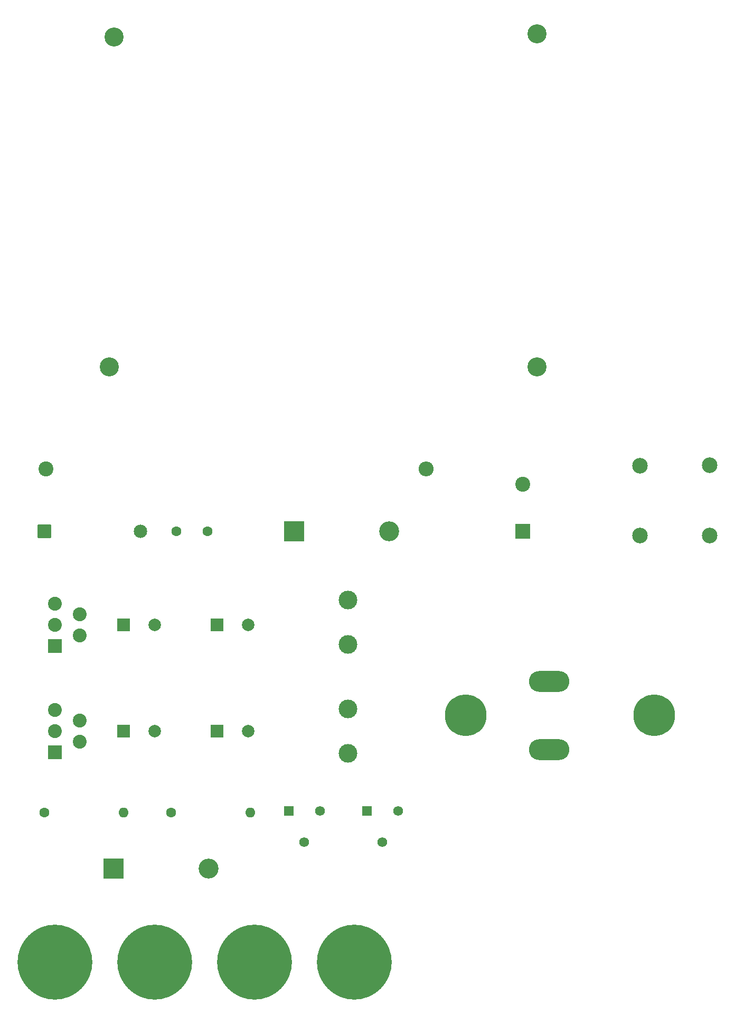
<source format=gbr>
%TF.GenerationSoftware,KiCad,Pcbnew,7.0.7*%
%TF.CreationDate,2023-12-20T01:36:47+05:30*%
%TF.ProjectId,Power Supply,506f7765-7220-4537-9570-706c792e6b69,rev?*%
%TF.SameCoordinates,Original*%
%TF.FileFunction,Soldermask,Bot*%
%TF.FilePolarity,Negative*%
%FSLAX46Y46*%
G04 Gerber Fmt 4.6, Leading zero omitted, Abs format (unit mm)*
G04 Created by KiCad (PCBNEW 7.0.7) date 2023-12-20 01:36:47*
%MOMM*%
%LPD*%
G01*
G04 APERTURE LIST*
G04 Aperture macros list*
%AMRoundRect*
0 Rectangle with rounded corners*
0 $1 Rounding radius*
0 $2 $3 $4 $5 $6 $7 $8 $9 X,Y pos of 4 corners*
0 Add a 4 corners polygon primitive as box body*
4,1,4,$2,$3,$4,$5,$6,$7,$8,$9,$2,$3,0*
0 Add four circle primitives for the rounded corners*
1,1,$1+$1,$2,$3*
1,1,$1+$1,$4,$5*
1,1,$1+$1,$6,$7*
1,1,$1+$1,$8,$9*
0 Add four rect primitives between the rounded corners*
20,1,$1+$1,$2,$3,$4,$5,0*
20,1,$1+$1,$4,$5,$6,$7,0*
20,1,$1+$1,$6,$7,$8,$9,0*
20,1,$1+$1,$8,$9,$2,$3,0*%
G04 Aperture macros list end*
%ADD10RoundRect,0.102000X1.012500X-1.012500X1.012500X1.012500X-1.012500X1.012500X-1.012500X-1.012500X0*%
%ADD11C,2.229000*%
%ADD12C,1.600000*%
%ADD13R,2.000000X2.000000*%
%ADD14C,2.000000*%
%ADD15R,3.200000X3.200000*%
%ADD16O,3.200000X3.200000*%
%ADD17C,12.000000*%
%ADD18C,3.000000*%
%ADD19C,2.400000*%
%ADD20O,2.400000X2.400000*%
%ADD21R,1.560000X1.560000*%
%ADD22C,1.560000*%
%ADD23C,3.048000*%
%ADD24RoundRect,0.102000X-0.970000X-0.970000X0.970000X-0.970000X0.970000X0.970000X-0.970000X0.970000X0*%
%ADD25C,2.144000*%
%ADD26O,6.503200X3.353600*%
%ADD27C,6.681000*%
%ADD28O,1.600000X1.600000*%
%ADD29R,2.400000X2.400000*%
%ADD30C,2.500000*%
G04 APERTURE END LIST*
D10*
%TO.C,U2*%
X93000000Y-141400000D03*
D11*
X97000000Y-139700000D03*
X93000000Y-138000000D03*
X97000000Y-136300000D03*
X93000000Y-134600000D03*
%TD*%
D10*
%TO.C,U1*%
X93000000Y-124400000D03*
D11*
X97000000Y-122700000D03*
X93000000Y-121000000D03*
X97000000Y-119300000D03*
X93000000Y-117600000D03*
%TD*%
D12*
%TO.C,C2*%
X112500000Y-106000000D03*
X117500000Y-106000000D03*
%TD*%
D13*
%TO.C,C6*%
X119000000Y-138000000D03*
D14*
X124000000Y-138000000D03*
%TD*%
D15*
%TO.C,D3*%
X131380000Y-106000000D03*
D16*
X146620000Y-106000000D03*
%TD*%
D17*
%TO.C,J2*%
X109000000Y-175000000D03*
%TD*%
D18*
%TO.C,L1*%
X140000000Y-117000000D03*
X140000000Y-124110000D03*
%TD*%
D15*
%TO.C,D4*%
X102380000Y-160000000D03*
D16*
X117620000Y-160000000D03*
%TD*%
D19*
%TO.C,R1*%
X91520000Y-96000000D03*
D20*
X152480000Y-96000000D03*
%TD*%
D18*
%TO.C,L2*%
X140000000Y-134445000D03*
X140000000Y-141555000D03*
%TD*%
D21*
%TO.C,RV2*%
X130500000Y-150760000D03*
D22*
X133000000Y-155760000D03*
X135500000Y-150760000D03*
%TD*%
D17*
%TO.C,J1*%
X93000000Y-175000000D03*
%TD*%
D21*
%TO.C,RV1*%
X143000000Y-150760000D03*
D22*
X145500000Y-155760000D03*
X148000000Y-150760000D03*
%TD*%
D23*
%TO.C,TR1*%
X170290000Y-79670000D03*
X101710000Y-79670000D03*
X170290000Y-26330000D03*
X102472000Y-26838000D03*
%TD*%
D24*
%TO.C,D2*%
X91285000Y-106000000D03*
D25*
X106715000Y-106000000D03*
%TD*%
D17*
%TO.C,J3*%
X125000000Y-175000000D03*
%TD*%
D13*
%TO.C,C5*%
X119000000Y-121000000D03*
D14*
X124000000Y-121000000D03*
%TD*%
D13*
%TO.C,C4*%
X104000000Y-138000000D03*
D14*
X109000000Y-138000000D03*
%TD*%
D13*
%TO.C,C3*%
X104000000Y-121000000D03*
D14*
X109000000Y-121000000D03*
%TD*%
D26*
%TO.C,T2*%
X172222000Y-130000000D03*
D27*
X189113000Y-135461000D03*
X158887000Y-135461000D03*
D26*
X172222000Y-140922000D03*
%TD*%
D17*
%TO.C,J4*%
X141000000Y-175000000D03*
%TD*%
D12*
%TO.C,R2*%
X91300000Y-151000000D03*
D28*
X104000000Y-151000000D03*
%TD*%
D29*
%TO.C,C1*%
X168000000Y-106000000D03*
D19*
X168000000Y-98500000D03*
%TD*%
D30*
%TO.C,D1*%
X198000000Y-106688000D03*
X186824000Y-95512000D03*
X198000000Y-95385000D03*
X186824000Y-106688000D03*
%TD*%
D12*
%TO.C,R3*%
X111650000Y-151000000D03*
D28*
X124350000Y-151000000D03*
%TD*%
M02*

</source>
